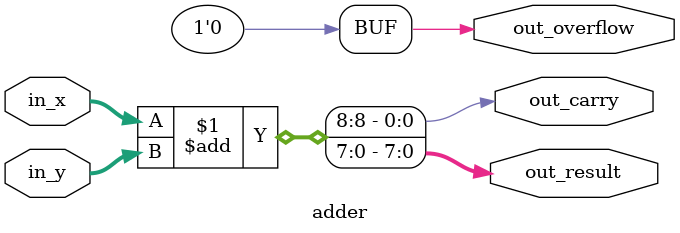
<source format=v>
module adder
#(
    parameter WIDTH = 8,
    parameter SIGNED = 0
)
(
    input   wire    [WIDTH-1:0]     in_x           ,
    input   wire    [WIDTH-1:0]     in_y           ,

    output  wire    [WIDTH-1:0]     out_result     ,
    output  wire                    out_carry      ,
    output  wire                    out_overflow
);

// Calculate result and carry (no signed)
assign {out_carry, out_result} = in_x + in_y;

generate
    // Use for signed number
    if (SIGNED) begin
        wire    signed  [WIDTH-1:0]     s_x = in_x;
        wire    signed  [WIDTH-1:0]     s_y = in_y;
        wire    signed  [WIDTH-1:0]     s_result = s_x + s_y;
        // Calculate it's overflow
        assign out_overflow = (s_x[WIDTH-1] == s_y[WIDTH-1]) && (s_result[WIDTH-1] != s_x[WIDTH-1]);
    end else begin
        assign out_overflow = 1'b0;
    end
endgenerate

initial begin            
    $dumpfile("./sim/wave.vcd");
    $dumpvars(0, adder);
end

endmodule
</source>
